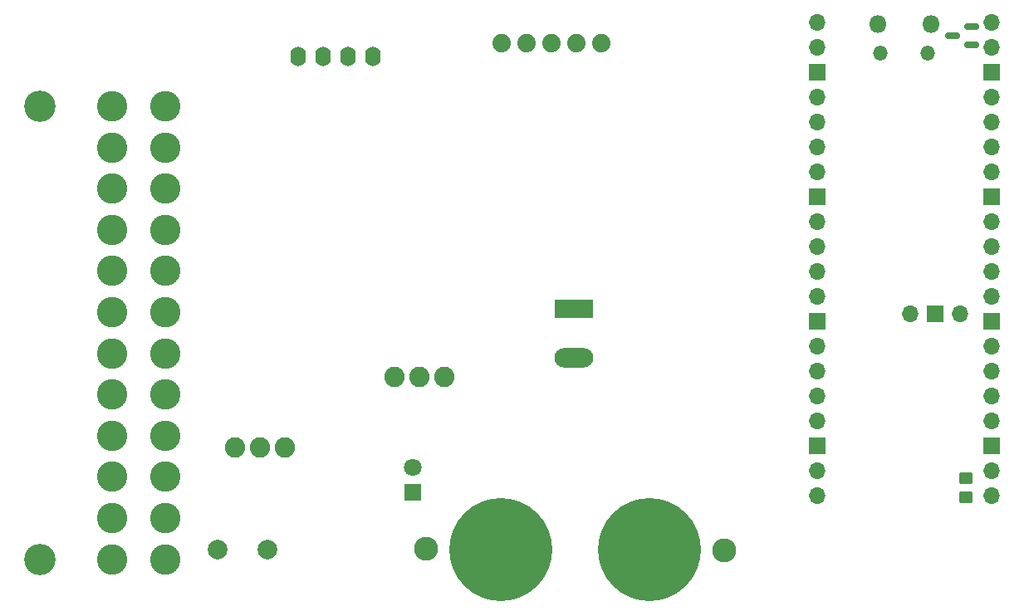
<source format=gbr>
%TF.GenerationSoftware,KiCad,Pcbnew,6.0.11-2627ca5db0~126~ubuntu22.04.1*%
%TF.CreationDate,2023-02-14T23:30:32-05:00*%
%TF.ProjectId,atx-power-fixture,6174782d-706f-4776-9572-2d6669787475,2.0*%
%TF.SameCoordinates,Original*%
%TF.FileFunction,Soldermask,Bot*%
%TF.FilePolarity,Negative*%
%FSLAX46Y46*%
G04 Gerber Fmt 4.6, Leading zero omitted, Abs format (unit mm)*
G04 Created by KiCad (PCBNEW 6.0.11-2627ca5db0~126~ubuntu22.04.1) date 2023-02-14 23:30:32*
%MOMM*%
%LPD*%
G01*
G04 APERTURE LIST*
G04 Aperture macros list*
%AMRoundRect*
0 Rectangle with rounded corners*
0 $1 Rounding radius*
0 $2 $3 $4 $5 $6 $7 $8 $9 X,Y pos of 4 corners*
0 Add a 4 corners polygon primitive as box body*
4,1,4,$2,$3,$4,$5,$6,$7,$8,$9,$2,$3,0*
0 Add four circle primitives for the rounded corners*
1,1,$1+$1,$2,$3*
1,1,$1+$1,$4,$5*
1,1,$1+$1,$6,$7*
1,1,$1+$1,$8,$9*
0 Add four rect primitives between the rounded corners*
20,1,$1+$1,$2,$3,$4,$5,0*
20,1,$1+$1,$4,$5,$6,$7,0*
20,1,$1+$1,$6,$7,$8,$9,0*
20,1,$1+$1,$8,$9,$2,$3,0*%
G04 Aperture macros list end*
%ADD10C,1.879600*%
%ADD11O,1.800000X1.800000*%
%ADD12O,1.500000X1.500000*%
%ADD13O,1.700000X1.700000*%
%ADD14R,1.700000X1.700000*%
%ADD15C,3.202940*%
%ADD16C,3.101340*%
%ADD17R,3.960000X1.980000*%
%ADD18O,3.960000X1.980000*%
%ADD19C,10.500000*%
%ADD20C,2.451100*%
%ADD21O,1.600000X2.000000*%
%ADD22C,2.082800*%
%ADD23R,1.800000X1.800000*%
%ADD24C,1.800000*%
%ADD25C,2.000000*%
%ADD26RoundRect,0.150000X0.587500X0.150000X-0.587500X0.150000X-0.587500X-0.150000X0.587500X-0.150000X0*%
%ADD27RoundRect,0.250000X0.450000X-0.350000X0.450000X0.350000X-0.450000X0.350000X-0.450000X-0.350000X0*%
G04 APERTURE END LIST*
D10*
%TO.C,J5*%
X152720000Y-56200000D03*
X150180000Y-56200000D03*
X147640000Y-56200000D03*
X145100000Y-56200000D03*
X142560000Y-56200000D03*
%TD*%
D11*
%TO.C,U3*%
X186325000Y-54200000D03*
X180875000Y-54200000D03*
D12*
X181175000Y-57230000D03*
X186025000Y-57230000D03*
D13*
X174710000Y-54070000D03*
X174710000Y-56610000D03*
D14*
X174710000Y-59150000D03*
D13*
X174710000Y-61690000D03*
X174710000Y-64230000D03*
X174710000Y-66770000D03*
X174710000Y-69310000D03*
D14*
X174710000Y-71850000D03*
D13*
X174710000Y-74390000D03*
X174710000Y-76930000D03*
X174710000Y-79470000D03*
X174710000Y-82010000D03*
D14*
X174710000Y-84550000D03*
D13*
X174710000Y-87090000D03*
X174710000Y-89630000D03*
X174710000Y-92170000D03*
X174710000Y-94710000D03*
D14*
X174710000Y-97250000D03*
D13*
X174710000Y-99790000D03*
X174710000Y-102330000D03*
X192490000Y-102330000D03*
X192490000Y-99790000D03*
D14*
X192490000Y-97250000D03*
D13*
X192490000Y-94710000D03*
X192490000Y-92170000D03*
X192490000Y-89630000D03*
X192490000Y-87090000D03*
D14*
X192490000Y-84550000D03*
D13*
X192490000Y-82010000D03*
X192490000Y-79470000D03*
X192490000Y-76930000D03*
X192490000Y-74390000D03*
D14*
X192490000Y-71850000D03*
D13*
X192490000Y-69310000D03*
X192490000Y-66770000D03*
X192490000Y-64230000D03*
X192490000Y-61690000D03*
D14*
X192490000Y-59150000D03*
D13*
X192490000Y-56610000D03*
X192490000Y-54070000D03*
X184184100Y-83800000D03*
D14*
X186724100Y-83800000D03*
D13*
X189264100Y-83800000D03*
%TD*%
D15*
%TO.C,J1*%
X95500040Y-62603200D03*
X95500040Y-108800720D03*
D16*
X102800000Y-108800720D03*
X102800000Y-104599560D03*
X102800000Y-100400940D03*
X102800000Y-96199780D03*
X102800000Y-92001160D03*
X102800000Y-87800000D03*
X102800000Y-83603920D03*
X102800000Y-79402760D03*
X102800000Y-75204140D03*
X102800000Y-71002980D03*
X102800000Y-66804360D03*
X102800000Y-62603200D03*
X108299100Y-108800720D03*
X108299100Y-104599560D03*
X108299100Y-100400940D03*
X108299100Y-96199780D03*
X108299100Y-92001160D03*
X108299100Y-87800000D03*
X108299100Y-83603920D03*
X108299100Y-79402760D03*
X108299100Y-75204140D03*
X108299100Y-71002980D03*
X108299100Y-66804360D03*
X108299100Y-62603200D03*
%TD*%
D17*
%TO.C,J2*%
X149900000Y-83300000D03*
D18*
X149900000Y-88300000D03*
%TD*%
D19*
%TO.C,J3*%
X157609375Y-107849200D03*
D20*
X165229375Y-107900000D03*
%TD*%
D21*
%TO.C,U1*%
X121780000Y-57550000D03*
X124320000Y-57550000D03*
X126860000Y-57550000D03*
X129400000Y-57550000D03*
%TD*%
D20*
%TO.C,J4*%
X134870625Y-107753676D03*
D19*
X142490625Y-107804476D03*
%TD*%
D22*
%TO.C,SW2*%
X136740000Y-90200000D03*
X134200000Y-90200000D03*
X131660000Y-90200000D03*
%TD*%
D23*
%TO.C,D1*%
X133500000Y-102000000D03*
D24*
X133500000Y-99460000D03*
%TD*%
D25*
%TO.C,F1*%
X113600000Y-107800000D03*
X118680000Y-107800000D03*
%TD*%
D22*
%TO.C,SW1*%
X120440000Y-97400000D03*
X117900000Y-97400000D03*
X115360000Y-97400000D03*
%TD*%
D26*
%TO.C,Q1*%
X190437500Y-54450000D03*
X190437500Y-56350000D03*
X188562500Y-55400000D03*
%TD*%
D27*
%TO.C,R9*%
X189900000Y-102500000D03*
X189900000Y-100500000D03*
%TD*%
M02*

</source>
